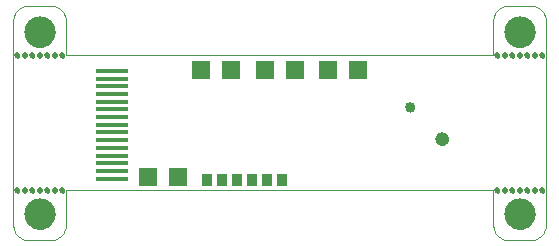
<source format=gbs>
G75*
%MOIN*%
%OFA0B0*%
%FSLAX24Y24*%
%IPPOS*%
%LPD*%
%AMOC8*
5,1,8,0,0,1.08239X$1,22.5*
%
%ADD10C,0.0000*%
%ADD11C,0.1040*%
%ADD12C,0.0190*%
%ADD13C,0.0335*%
%ADD14C,0.0453*%
%ADD15R,0.0640X0.0640*%
%ADD16R,0.1064X0.0178*%
%ADD17R,0.0360X0.0390*%
D10*
X004943Y002737D02*
X005693Y002737D01*
X005737Y002739D01*
X005780Y002745D01*
X005822Y002754D01*
X005864Y002767D01*
X005904Y002784D01*
X005943Y002804D01*
X005980Y002827D01*
X006014Y002854D01*
X006047Y002883D01*
X006076Y002916D01*
X006103Y002950D01*
X006126Y002987D01*
X006146Y003026D01*
X006163Y003066D01*
X006176Y003108D01*
X006185Y003150D01*
X006191Y003193D01*
X006193Y003237D01*
X006193Y004393D01*
X020443Y004393D01*
X020443Y003237D01*
X020445Y003193D01*
X020451Y003150D01*
X020460Y003108D01*
X020473Y003066D01*
X020490Y003026D01*
X020510Y002987D01*
X020533Y002950D01*
X020560Y002916D01*
X020589Y002883D01*
X020622Y002854D01*
X020656Y002827D01*
X020693Y002804D01*
X020732Y002784D01*
X020772Y002767D01*
X020814Y002754D01*
X020856Y002745D01*
X020899Y002739D01*
X020943Y002737D01*
X021693Y002737D01*
X021737Y002739D01*
X021780Y002745D01*
X021822Y002754D01*
X021864Y002767D01*
X021904Y002784D01*
X021943Y002804D01*
X021980Y002827D01*
X022014Y002854D01*
X022047Y002883D01*
X022076Y002916D01*
X022103Y002950D01*
X022126Y002987D01*
X022146Y003026D01*
X022163Y003066D01*
X022176Y003108D01*
X022185Y003150D01*
X022191Y003193D01*
X022193Y003237D01*
X022193Y010050D01*
X022191Y010094D01*
X022185Y010137D01*
X022176Y010179D01*
X022163Y010221D01*
X022146Y010261D01*
X022126Y010300D01*
X022103Y010337D01*
X022076Y010371D01*
X022047Y010404D01*
X022014Y010433D01*
X021980Y010460D01*
X021943Y010483D01*
X021904Y010503D01*
X021864Y010520D01*
X021822Y010533D01*
X021780Y010542D01*
X021737Y010548D01*
X021693Y010550D01*
X020943Y010550D01*
X020899Y010548D01*
X020856Y010542D01*
X020814Y010533D01*
X020772Y010520D01*
X020732Y010503D01*
X020693Y010483D01*
X020656Y010460D01*
X020622Y010433D01*
X020589Y010404D01*
X020560Y010371D01*
X020533Y010337D01*
X020510Y010300D01*
X020490Y010261D01*
X020473Y010221D01*
X020460Y010179D01*
X020451Y010137D01*
X020445Y010094D01*
X020443Y010050D01*
X020443Y008893D01*
X006193Y008893D01*
X006193Y010050D01*
X006191Y010094D01*
X006185Y010137D01*
X006176Y010179D01*
X006163Y010221D01*
X006146Y010261D01*
X006126Y010300D01*
X006103Y010337D01*
X006076Y010371D01*
X006047Y010404D01*
X006014Y010433D01*
X005980Y010460D01*
X005943Y010483D01*
X005904Y010503D01*
X005864Y010520D01*
X005822Y010533D01*
X005780Y010542D01*
X005737Y010548D01*
X005693Y010550D01*
X004943Y010550D01*
X004899Y010548D01*
X004856Y010542D01*
X004814Y010533D01*
X004772Y010520D01*
X004732Y010503D01*
X004693Y010483D01*
X004656Y010460D01*
X004622Y010433D01*
X004589Y010404D01*
X004560Y010371D01*
X004533Y010337D01*
X004510Y010300D01*
X004490Y010261D01*
X004473Y010221D01*
X004460Y010179D01*
X004451Y010137D01*
X004445Y010094D01*
X004443Y010050D01*
X004443Y003237D01*
X004445Y003193D01*
X004451Y003150D01*
X004460Y003108D01*
X004473Y003066D01*
X004490Y003026D01*
X004510Y002987D01*
X004533Y002950D01*
X004560Y002916D01*
X004589Y002883D01*
X004622Y002854D01*
X004656Y002827D01*
X004693Y002804D01*
X004732Y002784D01*
X004772Y002767D01*
X004814Y002754D01*
X004856Y002745D01*
X004899Y002739D01*
X004943Y002737D01*
X004818Y003612D02*
X004820Y003656D01*
X004826Y003700D01*
X004836Y003743D01*
X004849Y003785D01*
X004866Y003826D01*
X004887Y003865D01*
X004911Y003902D01*
X004938Y003937D01*
X004968Y003969D01*
X005001Y003999D01*
X005037Y004025D01*
X005074Y004049D01*
X005114Y004068D01*
X005155Y004085D01*
X005198Y004097D01*
X005241Y004106D01*
X005285Y004111D01*
X005329Y004112D01*
X005373Y004109D01*
X005417Y004102D01*
X005460Y004091D01*
X005502Y004077D01*
X005542Y004059D01*
X005581Y004037D01*
X005617Y004013D01*
X005651Y003985D01*
X005683Y003954D01*
X005712Y003920D01*
X005738Y003884D01*
X005760Y003846D01*
X005779Y003806D01*
X005794Y003764D01*
X005806Y003722D01*
X005814Y003678D01*
X005818Y003634D01*
X005818Y003590D01*
X005814Y003546D01*
X005806Y003502D01*
X005794Y003460D01*
X005779Y003418D01*
X005760Y003378D01*
X005738Y003340D01*
X005712Y003304D01*
X005683Y003270D01*
X005651Y003239D01*
X005617Y003211D01*
X005581Y003187D01*
X005542Y003165D01*
X005502Y003147D01*
X005460Y003133D01*
X005417Y003122D01*
X005373Y003115D01*
X005329Y003112D01*
X005285Y003113D01*
X005241Y003118D01*
X005198Y003127D01*
X005155Y003139D01*
X005114Y003156D01*
X005074Y003175D01*
X005037Y003199D01*
X005001Y003225D01*
X004968Y003255D01*
X004938Y003287D01*
X004911Y003322D01*
X004887Y003359D01*
X004866Y003398D01*
X004849Y003439D01*
X004836Y003481D01*
X004826Y003524D01*
X004820Y003568D01*
X004818Y003612D01*
X004743Y004393D02*
X004745Y004410D01*
X004750Y004426D01*
X004759Y004440D01*
X004771Y004452D01*
X004785Y004461D01*
X004801Y004466D01*
X004818Y004468D01*
X004835Y004466D01*
X004851Y004461D01*
X004865Y004452D01*
X004877Y004440D01*
X004886Y004426D01*
X004891Y004410D01*
X004893Y004393D01*
X004891Y004376D01*
X004886Y004360D01*
X004877Y004346D01*
X004865Y004334D01*
X004851Y004325D01*
X004835Y004320D01*
X004818Y004318D01*
X004801Y004320D01*
X004785Y004325D01*
X004771Y004334D01*
X004759Y004346D01*
X004750Y004360D01*
X004745Y004376D01*
X004743Y004393D01*
X004493Y004393D02*
X004495Y004410D01*
X004500Y004426D01*
X004509Y004440D01*
X004521Y004452D01*
X004535Y004461D01*
X004551Y004466D01*
X004568Y004468D01*
X004585Y004466D01*
X004601Y004461D01*
X004615Y004452D01*
X004627Y004440D01*
X004636Y004426D01*
X004641Y004410D01*
X004643Y004393D01*
X004641Y004376D01*
X004636Y004360D01*
X004627Y004346D01*
X004615Y004334D01*
X004601Y004325D01*
X004585Y004320D01*
X004568Y004318D01*
X004551Y004320D01*
X004535Y004325D01*
X004521Y004334D01*
X004509Y004346D01*
X004500Y004360D01*
X004495Y004376D01*
X004493Y004393D01*
X004993Y004393D02*
X004995Y004410D01*
X005000Y004426D01*
X005009Y004440D01*
X005021Y004452D01*
X005035Y004461D01*
X005051Y004466D01*
X005068Y004468D01*
X005085Y004466D01*
X005101Y004461D01*
X005115Y004452D01*
X005127Y004440D01*
X005136Y004426D01*
X005141Y004410D01*
X005143Y004393D01*
X005141Y004376D01*
X005136Y004360D01*
X005127Y004346D01*
X005115Y004334D01*
X005101Y004325D01*
X005085Y004320D01*
X005068Y004318D01*
X005051Y004320D01*
X005035Y004325D01*
X005021Y004334D01*
X005009Y004346D01*
X005000Y004360D01*
X004995Y004376D01*
X004993Y004393D01*
X005243Y004393D02*
X005245Y004410D01*
X005250Y004426D01*
X005259Y004440D01*
X005271Y004452D01*
X005285Y004461D01*
X005301Y004466D01*
X005318Y004468D01*
X005335Y004466D01*
X005351Y004461D01*
X005365Y004452D01*
X005377Y004440D01*
X005386Y004426D01*
X005391Y004410D01*
X005393Y004393D01*
X005391Y004376D01*
X005386Y004360D01*
X005377Y004346D01*
X005365Y004334D01*
X005351Y004325D01*
X005335Y004320D01*
X005318Y004318D01*
X005301Y004320D01*
X005285Y004325D01*
X005271Y004334D01*
X005259Y004346D01*
X005250Y004360D01*
X005245Y004376D01*
X005243Y004393D01*
X005493Y004393D02*
X005495Y004410D01*
X005500Y004426D01*
X005509Y004440D01*
X005521Y004452D01*
X005535Y004461D01*
X005551Y004466D01*
X005568Y004468D01*
X005585Y004466D01*
X005601Y004461D01*
X005615Y004452D01*
X005627Y004440D01*
X005636Y004426D01*
X005641Y004410D01*
X005643Y004393D01*
X005641Y004376D01*
X005636Y004360D01*
X005627Y004346D01*
X005615Y004334D01*
X005601Y004325D01*
X005585Y004320D01*
X005568Y004318D01*
X005551Y004320D01*
X005535Y004325D01*
X005521Y004334D01*
X005509Y004346D01*
X005500Y004360D01*
X005495Y004376D01*
X005493Y004393D01*
X005743Y004393D02*
X005745Y004410D01*
X005750Y004426D01*
X005759Y004440D01*
X005771Y004452D01*
X005785Y004461D01*
X005801Y004466D01*
X005818Y004468D01*
X005835Y004466D01*
X005851Y004461D01*
X005865Y004452D01*
X005877Y004440D01*
X005886Y004426D01*
X005891Y004410D01*
X005893Y004393D01*
X005891Y004376D01*
X005886Y004360D01*
X005877Y004346D01*
X005865Y004334D01*
X005851Y004325D01*
X005835Y004320D01*
X005818Y004318D01*
X005801Y004320D01*
X005785Y004325D01*
X005771Y004334D01*
X005759Y004346D01*
X005750Y004360D01*
X005745Y004376D01*
X005743Y004393D01*
X005993Y004393D02*
X005995Y004410D01*
X006000Y004426D01*
X006009Y004440D01*
X006021Y004452D01*
X006035Y004461D01*
X006051Y004466D01*
X006068Y004468D01*
X006085Y004466D01*
X006101Y004461D01*
X006115Y004452D01*
X006127Y004440D01*
X006136Y004426D01*
X006141Y004410D01*
X006143Y004393D01*
X006141Y004376D01*
X006136Y004360D01*
X006127Y004346D01*
X006115Y004334D01*
X006101Y004325D01*
X006085Y004320D01*
X006068Y004318D01*
X006051Y004320D01*
X006035Y004325D01*
X006021Y004334D01*
X006009Y004346D01*
X006000Y004360D01*
X005995Y004376D01*
X005993Y004393D01*
X005993Y008893D02*
X005995Y008910D01*
X006000Y008926D01*
X006009Y008940D01*
X006021Y008952D01*
X006035Y008961D01*
X006051Y008966D01*
X006068Y008968D01*
X006085Y008966D01*
X006101Y008961D01*
X006115Y008952D01*
X006127Y008940D01*
X006136Y008926D01*
X006141Y008910D01*
X006143Y008893D01*
X006141Y008876D01*
X006136Y008860D01*
X006127Y008846D01*
X006115Y008834D01*
X006101Y008825D01*
X006085Y008820D01*
X006068Y008818D01*
X006051Y008820D01*
X006035Y008825D01*
X006021Y008834D01*
X006009Y008846D01*
X006000Y008860D01*
X005995Y008876D01*
X005993Y008893D01*
X005743Y008893D02*
X005745Y008910D01*
X005750Y008926D01*
X005759Y008940D01*
X005771Y008952D01*
X005785Y008961D01*
X005801Y008966D01*
X005818Y008968D01*
X005835Y008966D01*
X005851Y008961D01*
X005865Y008952D01*
X005877Y008940D01*
X005886Y008926D01*
X005891Y008910D01*
X005893Y008893D01*
X005891Y008876D01*
X005886Y008860D01*
X005877Y008846D01*
X005865Y008834D01*
X005851Y008825D01*
X005835Y008820D01*
X005818Y008818D01*
X005801Y008820D01*
X005785Y008825D01*
X005771Y008834D01*
X005759Y008846D01*
X005750Y008860D01*
X005745Y008876D01*
X005743Y008893D01*
X005493Y008893D02*
X005495Y008910D01*
X005500Y008926D01*
X005509Y008940D01*
X005521Y008952D01*
X005535Y008961D01*
X005551Y008966D01*
X005568Y008968D01*
X005585Y008966D01*
X005601Y008961D01*
X005615Y008952D01*
X005627Y008940D01*
X005636Y008926D01*
X005641Y008910D01*
X005643Y008893D01*
X005641Y008876D01*
X005636Y008860D01*
X005627Y008846D01*
X005615Y008834D01*
X005601Y008825D01*
X005585Y008820D01*
X005568Y008818D01*
X005551Y008820D01*
X005535Y008825D01*
X005521Y008834D01*
X005509Y008846D01*
X005500Y008860D01*
X005495Y008876D01*
X005493Y008893D01*
X005243Y008893D02*
X005245Y008910D01*
X005250Y008926D01*
X005259Y008940D01*
X005271Y008952D01*
X005285Y008961D01*
X005301Y008966D01*
X005318Y008968D01*
X005335Y008966D01*
X005351Y008961D01*
X005365Y008952D01*
X005377Y008940D01*
X005386Y008926D01*
X005391Y008910D01*
X005393Y008893D01*
X005391Y008876D01*
X005386Y008860D01*
X005377Y008846D01*
X005365Y008834D01*
X005351Y008825D01*
X005335Y008820D01*
X005318Y008818D01*
X005301Y008820D01*
X005285Y008825D01*
X005271Y008834D01*
X005259Y008846D01*
X005250Y008860D01*
X005245Y008876D01*
X005243Y008893D01*
X004993Y008893D02*
X004995Y008910D01*
X005000Y008926D01*
X005009Y008940D01*
X005021Y008952D01*
X005035Y008961D01*
X005051Y008966D01*
X005068Y008968D01*
X005085Y008966D01*
X005101Y008961D01*
X005115Y008952D01*
X005127Y008940D01*
X005136Y008926D01*
X005141Y008910D01*
X005143Y008893D01*
X005141Y008876D01*
X005136Y008860D01*
X005127Y008846D01*
X005115Y008834D01*
X005101Y008825D01*
X005085Y008820D01*
X005068Y008818D01*
X005051Y008820D01*
X005035Y008825D01*
X005021Y008834D01*
X005009Y008846D01*
X005000Y008860D01*
X004995Y008876D01*
X004993Y008893D01*
X004743Y008893D02*
X004745Y008910D01*
X004750Y008926D01*
X004759Y008940D01*
X004771Y008952D01*
X004785Y008961D01*
X004801Y008966D01*
X004818Y008968D01*
X004835Y008966D01*
X004851Y008961D01*
X004865Y008952D01*
X004877Y008940D01*
X004886Y008926D01*
X004891Y008910D01*
X004893Y008893D01*
X004891Y008876D01*
X004886Y008860D01*
X004877Y008846D01*
X004865Y008834D01*
X004851Y008825D01*
X004835Y008820D01*
X004818Y008818D01*
X004801Y008820D01*
X004785Y008825D01*
X004771Y008834D01*
X004759Y008846D01*
X004750Y008860D01*
X004745Y008876D01*
X004743Y008893D01*
X004493Y008893D02*
X004495Y008910D01*
X004500Y008926D01*
X004509Y008940D01*
X004521Y008952D01*
X004535Y008961D01*
X004551Y008966D01*
X004568Y008968D01*
X004585Y008966D01*
X004601Y008961D01*
X004615Y008952D01*
X004627Y008940D01*
X004636Y008926D01*
X004641Y008910D01*
X004643Y008893D01*
X004641Y008876D01*
X004636Y008860D01*
X004627Y008846D01*
X004615Y008834D01*
X004601Y008825D01*
X004585Y008820D01*
X004568Y008818D01*
X004551Y008820D01*
X004535Y008825D01*
X004521Y008834D01*
X004509Y008846D01*
X004500Y008860D01*
X004495Y008876D01*
X004493Y008893D01*
X004818Y009675D02*
X004820Y009719D01*
X004826Y009763D01*
X004836Y009806D01*
X004849Y009848D01*
X004866Y009889D01*
X004887Y009928D01*
X004911Y009965D01*
X004938Y010000D01*
X004968Y010032D01*
X005001Y010062D01*
X005037Y010088D01*
X005074Y010112D01*
X005114Y010131D01*
X005155Y010148D01*
X005198Y010160D01*
X005241Y010169D01*
X005285Y010174D01*
X005329Y010175D01*
X005373Y010172D01*
X005417Y010165D01*
X005460Y010154D01*
X005502Y010140D01*
X005542Y010122D01*
X005581Y010100D01*
X005617Y010076D01*
X005651Y010048D01*
X005683Y010017D01*
X005712Y009983D01*
X005738Y009947D01*
X005760Y009909D01*
X005779Y009869D01*
X005794Y009827D01*
X005806Y009785D01*
X005814Y009741D01*
X005818Y009697D01*
X005818Y009653D01*
X005814Y009609D01*
X005806Y009565D01*
X005794Y009523D01*
X005779Y009481D01*
X005760Y009441D01*
X005738Y009403D01*
X005712Y009367D01*
X005683Y009333D01*
X005651Y009302D01*
X005617Y009274D01*
X005581Y009250D01*
X005542Y009228D01*
X005502Y009210D01*
X005460Y009196D01*
X005417Y009185D01*
X005373Y009178D01*
X005329Y009175D01*
X005285Y009176D01*
X005241Y009181D01*
X005198Y009190D01*
X005155Y009202D01*
X005114Y009219D01*
X005074Y009238D01*
X005037Y009262D01*
X005001Y009288D01*
X004968Y009318D01*
X004938Y009350D01*
X004911Y009385D01*
X004887Y009422D01*
X004866Y009461D01*
X004849Y009502D01*
X004836Y009544D01*
X004826Y009587D01*
X004820Y009631D01*
X004818Y009675D01*
X017516Y007172D02*
X017518Y007196D01*
X017524Y007219D01*
X017533Y007241D01*
X017546Y007261D01*
X017561Y007279D01*
X017580Y007294D01*
X017601Y007306D01*
X017623Y007314D01*
X017646Y007319D01*
X017670Y007320D01*
X017694Y007317D01*
X017716Y007310D01*
X017738Y007300D01*
X017758Y007287D01*
X017775Y007270D01*
X017789Y007251D01*
X017800Y007230D01*
X017808Y007207D01*
X017812Y007184D01*
X017812Y007160D01*
X017808Y007137D01*
X017800Y007114D01*
X017789Y007093D01*
X017775Y007074D01*
X017758Y007057D01*
X017738Y007044D01*
X017716Y007034D01*
X017694Y007027D01*
X017670Y007024D01*
X017646Y007025D01*
X017623Y007030D01*
X017601Y007038D01*
X017580Y007050D01*
X017561Y007065D01*
X017546Y007083D01*
X017533Y007103D01*
X017524Y007125D01*
X017518Y007148D01*
X017516Y007172D01*
X018515Y006114D02*
X018517Y006142D01*
X018523Y006170D01*
X018532Y006196D01*
X018545Y006222D01*
X018561Y006245D01*
X018581Y006265D01*
X018603Y006283D01*
X018627Y006298D01*
X018653Y006309D01*
X018680Y006317D01*
X018708Y006321D01*
X018736Y006321D01*
X018764Y006317D01*
X018791Y006309D01*
X018817Y006298D01*
X018841Y006283D01*
X018863Y006265D01*
X018883Y006245D01*
X018899Y006222D01*
X018912Y006196D01*
X018921Y006170D01*
X018927Y006142D01*
X018929Y006114D01*
X018927Y006086D01*
X018921Y006058D01*
X018912Y006032D01*
X018899Y006006D01*
X018883Y005983D01*
X018863Y005963D01*
X018841Y005945D01*
X018817Y005930D01*
X018791Y005919D01*
X018764Y005911D01*
X018736Y005907D01*
X018708Y005907D01*
X018680Y005911D01*
X018653Y005919D01*
X018627Y005930D01*
X018603Y005945D01*
X018581Y005963D01*
X018561Y005983D01*
X018545Y006006D01*
X018532Y006032D01*
X018523Y006058D01*
X018517Y006086D01*
X018515Y006114D01*
X020493Y004393D02*
X020495Y004410D01*
X020500Y004426D01*
X020509Y004440D01*
X020521Y004452D01*
X020535Y004461D01*
X020551Y004466D01*
X020568Y004468D01*
X020585Y004466D01*
X020601Y004461D01*
X020615Y004452D01*
X020627Y004440D01*
X020636Y004426D01*
X020641Y004410D01*
X020643Y004393D01*
X020641Y004376D01*
X020636Y004360D01*
X020627Y004346D01*
X020615Y004334D01*
X020601Y004325D01*
X020585Y004320D01*
X020568Y004318D01*
X020551Y004320D01*
X020535Y004325D01*
X020521Y004334D01*
X020509Y004346D01*
X020500Y004360D01*
X020495Y004376D01*
X020493Y004393D01*
X020743Y004393D02*
X020745Y004410D01*
X020750Y004426D01*
X020759Y004440D01*
X020771Y004452D01*
X020785Y004461D01*
X020801Y004466D01*
X020818Y004468D01*
X020835Y004466D01*
X020851Y004461D01*
X020865Y004452D01*
X020877Y004440D01*
X020886Y004426D01*
X020891Y004410D01*
X020893Y004393D01*
X020891Y004376D01*
X020886Y004360D01*
X020877Y004346D01*
X020865Y004334D01*
X020851Y004325D01*
X020835Y004320D01*
X020818Y004318D01*
X020801Y004320D01*
X020785Y004325D01*
X020771Y004334D01*
X020759Y004346D01*
X020750Y004360D01*
X020745Y004376D01*
X020743Y004393D01*
X020993Y004393D02*
X020995Y004410D01*
X021000Y004426D01*
X021009Y004440D01*
X021021Y004452D01*
X021035Y004461D01*
X021051Y004466D01*
X021068Y004468D01*
X021085Y004466D01*
X021101Y004461D01*
X021115Y004452D01*
X021127Y004440D01*
X021136Y004426D01*
X021141Y004410D01*
X021143Y004393D01*
X021141Y004376D01*
X021136Y004360D01*
X021127Y004346D01*
X021115Y004334D01*
X021101Y004325D01*
X021085Y004320D01*
X021068Y004318D01*
X021051Y004320D01*
X021035Y004325D01*
X021021Y004334D01*
X021009Y004346D01*
X021000Y004360D01*
X020995Y004376D01*
X020993Y004393D01*
X021243Y004393D02*
X021245Y004410D01*
X021250Y004426D01*
X021259Y004440D01*
X021271Y004452D01*
X021285Y004461D01*
X021301Y004466D01*
X021318Y004468D01*
X021335Y004466D01*
X021351Y004461D01*
X021365Y004452D01*
X021377Y004440D01*
X021386Y004426D01*
X021391Y004410D01*
X021393Y004393D01*
X021391Y004376D01*
X021386Y004360D01*
X021377Y004346D01*
X021365Y004334D01*
X021351Y004325D01*
X021335Y004320D01*
X021318Y004318D01*
X021301Y004320D01*
X021285Y004325D01*
X021271Y004334D01*
X021259Y004346D01*
X021250Y004360D01*
X021245Y004376D01*
X021243Y004393D01*
X021493Y004393D02*
X021495Y004410D01*
X021500Y004426D01*
X021509Y004440D01*
X021521Y004452D01*
X021535Y004461D01*
X021551Y004466D01*
X021568Y004468D01*
X021585Y004466D01*
X021601Y004461D01*
X021615Y004452D01*
X021627Y004440D01*
X021636Y004426D01*
X021641Y004410D01*
X021643Y004393D01*
X021641Y004376D01*
X021636Y004360D01*
X021627Y004346D01*
X021615Y004334D01*
X021601Y004325D01*
X021585Y004320D01*
X021568Y004318D01*
X021551Y004320D01*
X021535Y004325D01*
X021521Y004334D01*
X021509Y004346D01*
X021500Y004360D01*
X021495Y004376D01*
X021493Y004393D01*
X021743Y004393D02*
X021745Y004410D01*
X021750Y004426D01*
X021759Y004440D01*
X021771Y004452D01*
X021785Y004461D01*
X021801Y004466D01*
X021818Y004468D01*
X021835Y004466D01*
X021851Y004461D01*
X021865Y004452D01*
X021877Y004440D01*
X021886Y004426D01*
X021891Y004410D01*
X021893Y004393D01*
X021891Y004376D01*
X021886Y004360D01*
X021877Y004346D01*
X021865Y004334D01*
X021851Y004325D01*
X021835Y004320D01*
X021818Y004318D01*
X021801Y004320D01*
X021785Y004325D01*
X021771Y004334D01*
X021759Y004346D01*
X021750Y004360D01*
X021745Y004376D01*
X021743Y004393D01*
X021993Y004393D02*
X021995Y004410D01*
X022000Y004426D01*
X022009Y004440D01*
X022021Y004452D01*
X022035Y004461D01*
X022051Y004466D01*
X022068Y004468D01*
X022085Y004466D01*
X022101Y004461D01*
X022115Y004452D01*
X022127Y004440D01*
X022136Y004426D01*
X022141Y004410D01*
X022143Y004393D01*
X022141Y004376D01*
X022136Y004360D01*
X022127Y004346D01*
X022115Y004334D01*
X022101Y004325D01*
X022085Y004320D01*
X022068Y004318D01*
X022051Y004320D01*
X022035Y004325D01*
X022021Y004334D01*
X022009Y004346D01*
X022000Y004360D01*
X021995Y004376D01*
X021993Y004393D01*
X020818Y003612D02*
X020820Y003656D01*
X020826Y003700D01*
X020836Y003743D01*
X020849Y003785D01*
X020866Y003826D01*
X020887Y003865D01*
X020911Y003902D01*
X020938Y003937D01*
X020968Y003969D01*
X021001Y003999D01*
X021037Y004025D01*
X021074Y004049D01*
X021114Y004068D01*
X021155Y004085D01*
X021198Y004097D01*
X021241Y004106D01*
X021285Y004111D01*
X021329Y004112D01*
X021373Y004109D01*
X021417Y004102D01*
X021460Y004091D01*
X021502Y004077D01*
X021542Y004059D01*
X021581Y004037D01*
X021617Y004013D01*
X021651Y003985D01*
X021683Y003954D01*
X021712Y003920D01*
X021738Y003884D01*
X021760Y003846D01*
X021779Y003806D01*
X021794Y003764D01*
X021806Y003722D01*
X021814Y003678D01*
X021818Y003634D01*
X021818Y003590D01*
X021814Y003546D01*
X021806Y003502D01*
X021794Y003460D01*
X021779Y003418D01*
X021760Y003378D01*
X021738Y003340D01*
X021712Y003304D01*
X021683Y003270D01*
X021651Y003239D01*
X021617Y003211D01*
X021581Y003187D01*
X021542Y003165D01*
X021502Y003147D01*
X021460Y003133D01*
X021417Y003122D01*
X021373Y003115D01*
X021329Y003112D01*
X021285Y003113D01*
X021241Y003118D01*
X021198Y003127D01*
X021155Y003139D01*
X021114Y003156D01*
X021074Y003175D01*
X021037Y003199D01*
X021001Y003225D01*
X020968Y003255D01*
X020938Y003287D01*
X020911Y003322D01*
X020887Y003359D01*
X020866Y003398D01*
X020849Y003439D01*
X020836Y003481D01*
X020826Y003524D01*
X020820Y003568D01*
X020818Y003612D01*
X020743Y008893D02*
X020745Y008910D01*
X020750Y008926D01*
X020759Y008940D01*
X020771Y008952D01*
X020785Y008961D01*
X020801Y008966D01*
X020818Y008968D01*
X020835Y008966D01*
X020851Y008961D01*
X020865Y008952D01*
X020877Y008940D01*
X020886Y008926D01*
X020891Y008910D01*
X020893Y008893D01*
X020891Y008876D01*
X020886Y008860D01*
X020877Y008846D01*
X020865Y008834D01*
X020851Y008825D01*
X020835Y008820D01*
X020818Y008818D01*
X020801Y008820D01*
X020785Y008825D01*
X020771Y008834D01*
X020759Y008846D01*
X020750Y008860D01*
X020745Y008876D01*
X020743Y008893D01*
X020493Y008893D02*
X020495Y008910D01*
X020500Y008926D01*
X020509Y008940D01*
X020521Y008952D01*
X020535Y008961D01*
X020551Y008966D01*
X020568Y008968D01*
X020585Y008966D01*
X020601Y008961D01*
X020615Y008952D01*
X020627Y008940D01*
X020636Y008926D01*
X020641Y008910D01*
X020643Y008893D01*
X020641Y008876D01*
X020636Y008860D01*
X020627Y008846D01*
X020615Y008834D01*
X020601Y008825D01*
X020585Y008820D01*
X020568Y008818D01*
X020551Y008820D01*
X020535Y008825D01*
X020521Y008834D01*
X020509Y008846D01*
X020500Y008860D01*
X020495Y008876D01*
X020493Y008893D01*
X020993Y008893D02*
X020995Y008910D01*
X021000Y008926D01*
X021009Y008940D01*
X021021Y008952D01*
X021035Y008961D01*
X021051Y008966D01*
X021068Y008968D01*
X021085Y008966D01*
X021101Y008961D01*
X021115Y008952D01*
X021127Y008940D01*
X021136Y008926D01*
X021141Y008910D01*
X021143Y008893D01*
X021141Y008876D01*
X021136Y008860D01*
X021127Y008846D01*
X021115Y008834D01*
X021101Y008825D01*
X021085Y008820D01*
X021068Y008818D01*
X021051Y008820D01*
X021035Y008825D01*
X021021Y008834D01*
X021009Y008846D01*
X021000Y008860D01*
X020995Y008876D01*
X020993Y008893D01*
X021243Y008893D02*
X021245Y008910D01*
X021250Y008926D01*
X021259Y008940D01*
X021271Y008952D01*
X021285Y008961D01*
X021301Y008966D01*
X021318Y008968D01*
X021335Y008966D01*
X021351Y008961D01*
X021365Y008952D01*
X021377Y008940D01*
X021386Y008926D01*
X021391Y008910D01*
X021393Y008893D01*
X021391Y008876D01*
X021386Y008860D01*
X021377Y008846D01*
X021365Y008834D01*
X021351Y008825D01*
X021335Y008820D01*
X021318Y008818D01*
X021301Y008820D01*
X021285Y008825D01*
X021271Y008834D01*
X021259Y008846D01*
X021250Y008860D01*
X021245Y008876D01*
X021243Y008893D01*
X021493Y008893D02*
X021495Y008910D01*
X021500Y008926D01*
X021509Y008940D01*
X021521Y008952D01*
X021535Y008961D01*
X021551Y008966D01*
X021568Y008968D01*
X021585Y008966D01*
X021601Y008961D01*
X021615Y008952D01*
X021627Y008940D01*
X021636Y008926D01*
X021641Y008910D01*
X021643Y008893D01*
X021641Y008876D01*
X021636Y008860D01*
X021627Y008846D01*
X021615Y008834D01*
X021601Y008825D01*
X021585Y008820D01*
X021568Y008818D01*
X021551Y008820D01*
X021535Y008825D01*
X021521Y008834D01*
X021509Y008846D01*
X021500Y008860D01*
X021495Y008876D01*
X021493Y008893D01*
X021743Y008893D02*
X021745Y008910D01*
X021750Y008926D01*
X021759Y008940D01*
X021771Y008952D01*
X021785Y008961D01*
X021801Y008966D01*
X021818Y008968D01*
X021835Y008966D01*
X021851Y008961D01*
X021865Y008952D01*
X021877Y008940D01*
X021886Y008926D01*
X021891Y008910D01*
X021893Y008893D01*
X021891Y008876D01*
X021886Y008860D01*
X021877Y008846D01*
X021865Y008834D01*
X021851Y008825D01*
X021835Y008820D01*
X021818Y008818D01*
X021801Y008820D01*
X021785Y008825D01*
X021771Y008834D01*
X021759Y008846D01*
X021750Y008860D01*
X021745Y008876D01*
X021743Y008893D01*
X021993Y008893D02*
X021995Y008910D01*
X022000Y008926D01*
X022009Y008940D01*
X022021Y008952D01*
X022035Y008961D01*
X022051Y008966D01*
X022068Y008968D01*
X022085Y008966D01*
X022101Y008961D01*
X022115Y008952D01*
X022127Y008940D01*
X022136Y008926D01*
X022141Y008910D01*
X022143Y008893D01*
X022141Y008876D01*
X022136Y008860D01*
X022127Y008846D01*
X022115Y008834D01*
X022101Y008825D01*
X022085Y008820D01*
X022068Y008818D01*
X022051Y008820D01*
X022035Y008825D01*
X022021Y008834D01*
X022009Y008846D01*
X022000Y008860D01*
X021995Y008876D01*
X021993Y008893D01*
X020818Y009675D02*
X020820Y009719D01*
X020826Y009763D01*
X020836Y009806D01*
X020849Y009848D01*
X020866Y009889D01*
X020887Y009928D01*
X020911Y009965D01*
X020938Y010000D01*
X020968Y010032D01*
X021001Y010062D01*
X021037Y010088D01*
X021074Y010112D01*
X021114Y010131D01*
X021155Y010148D01*
X021198Y010160D01*
X021241Y010169D01*
X021285Y010174D01*
X021329Y010175D01*
X021373Y010172D01*
X021417Y010165D01*
X021460Y010154D01*
X021502Y010140D01*
X021542Y010122D01*
X021581Y010100D01*
X021617Y010076D01*
X021651Y010048D01*
X021683Y010017D01*
X021712Y009983D01*
X021738Y009947D01*
X021760Y009909D01*
X021779Y009869D01*
X021794Y009827D01*
X021806Y009785D01*
X021814Y009741D01*
X021818Y009697D01*
X021818Y009653D01*
X021814Y009609D01*
X021806Y009565D01*
X021794Y009523D01*
X021779Y009481D01*
X021760Y009441D01*
X021738Y009403D01*
X021712Y009367D01*
X021683Y009333D01*
X021651Y009302D01*
X021617Y009274D01*
X021581Y009250D01*
X021542Y009228D01*
X021502Y009210D01*
X021460Y009196D01*
X021417Y009185D01*
X021373Y009178D01*
X021329Y009175D01*
X021285Y009176D01*
X021241Y009181D01*
X021198Y009190D01*
X021155Y009202D01*
X021114Y009219D01*
X021074Y009238D01*
X021037Y009262D01*
X021001Y009288D01*
X020968Y009318D01*
X020938Y009350D01*
X020911Y009385D01*
X020887Y009422D01*
X020866Y009461D01*
X020849Y009502D01*
X020836Y009544D01*
X020826Y009587D01*
X020820Y009631D01*
X020818Y009675D01*
D11*
X021318Y009675D03*
X021318Y003612D03*
X005318Y003612D03*
X005318Y009675D03*
D12*
X005318Y008893D03*
X005568Y008893D03*
X005818Y008893D03*
X006068Y008893D03*
X005068Y008893D03*
X004818Y008893D03*
X004568Y008893D03*
X004568Y004393D03*
X004818Y004393D03*
X005068Y004393D03*
X005318Y004393D03*
X005568Y004393D03*
X005818Y004393D03*
X006068Y004393D03*
X020568Y004393D03*
X020818Y004393D03*
X021068Y004393D03*
X021318Y004393D03*
X021568Y004393D03*
X021818Y004393D03*
X022068Y004393D03*
X022068Y008893D03*
X021818Y008893D03*
X021568Y008893D03*
X021318Y008893D03*
X021068Y008893D03*
X020818Y008893D03*
X020568Y008893D03*
D13*
X017664Y007172D03*
D14*
X018722Y006114D03*
D15*
X015943Y008393D03*
X014943Y008393D03*
X013818Y008393D03*
X012818Y008393D03*
X011693Y008393D03*
X010693Y008393D03*
X009943Y004831D03*
X008943Y004831D03*
D16*
X007724Y004789D03*
X007724Y005045D03*
X007724Y005301D03*
X007724Y005557D03*
X007724Y005813D03*
X007724Y006069D03*
X007724Y006325D03*
X007724Y006581D03*
X007724Y006837D03*
X007724Y007093D03*
X007724Y007349D03*
X007724Y007604D03*
X007724Y007860D03*
X007724Y008116D03*
X007724Y008372D03*
D17*
X010912Y004737D03*
X011412Y004737D03*
X011912Y004737D03*
X012412Y004737D03*
X012912Y004737D03*
X013412Y004737D03*
M02*

</source>
